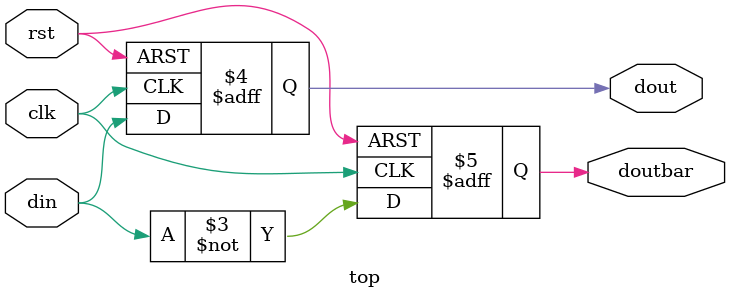
<source format=v>
`timescale 1ns / 1ps

module top(
    input clk,rst,din,
    output reg dout, doutbar
    );
    
always@(posedge clk or posedge rst) begin

if(rst == 1)
begin
dout <= 0;
doutbar <= 1;
end
else
begin
dout <= din;
doutbar <= ~din;
end

end
endmodule

</source>
